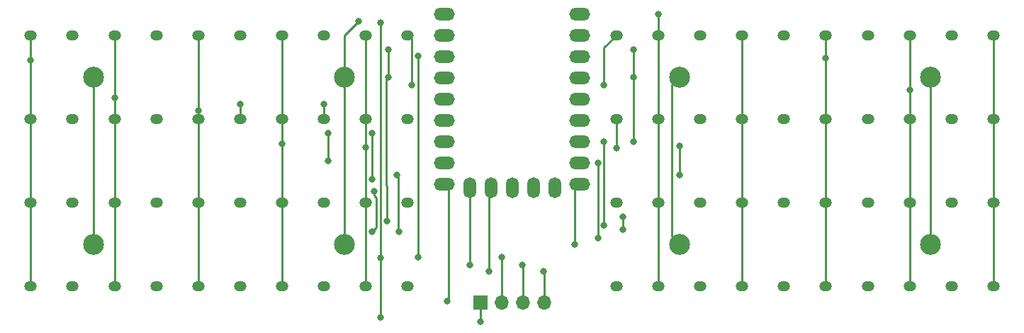
<source format=gbr>
%TF.GenerationSoftware,KiCad,Pcbnew,7.0.8*%
%TF.CreationDate,2023-11-24T20:45:19-06:00*%
%TF.ProjectId,buinchiez40,6275696e-6368-4696-957a-34302e6b6963,rev?*%
%TF.SameCoordinates,Original*%
%TF.FileFunction,Copper,L2,Bot*%
%TF.FilePolarity,Positive*%
%FSLAX46Y46*%
G04 Gerber Fmt 4.6, Leading zero omitted, Abs format (unit mm)*
G04 Created by KiCad (PCBNEW 7.0.8) date 2023-11-24 20:45:19*
%MOMM*%
%LPD*%
G01*
G04 APERTURE LIST*
%TA.AperFunction,ComponentPad*%
%ADD10O,2.500000X1.500000*%
%TD*%
%TA.AperFunction,ComponentPad*%
%ADD11O,1.500000X2.500000*%
%TD*%
%TA.AperFunction,ComponentPad*%
%ADD12C,2.500000*%
%TD*%
%TA.AperFunction,ComponentPad*%
%ADD13O,1.524000X1.224000*%
%TD*%
%TA.AperFunction,ComponentPad*%
%ADD14R,1.700000X1.700000*%
%TD*%
%TA.AperFunction,ComponentPad*%
%ADD15O,1.700000X1.700000*%
%TD*%
%TA.AperFunction,ViaPad*%
%ADD16C,0.800000*%
%TD*%
%TA.AperFunction,Conductor*%
%ADD17C,0.250000*%
%TD*%
G04 APERTURE END LIST*
D10*
%TO.P,U1,1,0*%
%TO.N,col6*%
X153120000Y-57460000D03*
%TO.P,U1,2,1*%
%TO.N,col7*%
X153120000Y-60000000D03*
%TO.P,U1,3,2*%
%TO.N,col8*%
X153120000Y-62540000D03*
%TO.P,U1,4,3*%
%TO.N,col9*%
X153120000Y-65080000D03*
%TO.P,U1,5,4*%
%TO.N,col10*%
X153120000Y-67620000D03*
%TO.P,U1,6,5*%
%TO.N,unconnected-(U1-5-Pad6)*%
X153120000Y-70160000D03*
%TO.P,U1,7,6*%
%TO.N,row1*%
X153120000Y-72700000D03*
%TO.P,U1,8,7*%
%TO.N,row2*%
X153120000Y-75240000D03*
%TO.P,U1,9,8*%
%TO.N,row3*%
X153120000Y-77780000D03*
D11*
%TO.P,U1,10,9*%
%TO.N,unconnected-(U1-9-Pad10)*%
X150080000Y-78280000D03*
%TO.P,U1,11,10*%
%TO.N,unconnected-(U1-10-Pad11)*%
X147540000Y-78280000D03*
%TO.P,U1,12,11*%
%TO.N,unconnected-(U1-11-Pad12)*%
X145000000Y-78280000D03*
%TO.P,U1,13,12*%
%TO.N,sda*%
X142460000Y-78280000D03*
%TO.P,U1,14,13*%
%TO.N,scl*%
X139920000Y-78280000D03*
D10*
%TO.P,U1,15,14*%
%TO.N,row4*%
X136880000Y-77780000D03*
%TO.P,U1,16,15*%
%TO.N,col5*%
X136880000Y-75240000D03*
%TO.P,U1,17,26*%
%TO.N,col4*%
X136880000Y-72700000D03*
%TO.P,U1,18,27*%
%TO.N,col3*%
X136880000Y-70160000D03*
%TO.P,U1,19,28*%
%TO.N,col2*%
X136880000Y-67620000D03*
%TO.P,U1,20,29*%
%TO.N,col1*%
X136880000Y-65080000D03*
%TO.P,U1,21,3V3*%
%TO.N,3v3*%
X136880000Y-62540000D03*
%TO.P,U1,22,GND*%
%TO.N,gnd*%
X136880000Y-60000000D03*
%TO.P,U1,23,5V*%
%TO.N,unconnected-(U1-5V-Pad23)*%
X136880000Y-57460000D03*
%TD*%
D12*
%TO.P,H7,1,1*%
%TO.N,gnd*%
X165000000Y-85000000D03*
%TD*%
D13*
%TO.P,SW38,1,1*%
%TO.N,Net-(D38-A)*%
X177500000Y-90000000D03*
%TO.P,SW38,2,2*%
%TO.N,col8*%
X182500000Y-90000000D03*
%TD*%
%TO.P,SW17,1,1*%
%TO.N,Net-(D17-A)*%
X167500000Y-70000000D03*
%TO.P,SW17,2,2*%
%TO.N,col7*%
X172500000Y-70000000D03*
%TD*%
%TO.P,SW27,1,1*%
%TO.N,Net-(D27-A)*%
X167500000Y-80000000D03*
%TO.P,SW27,2,2*%
%TO.N,col7*%
X172500000Y-80000000D03*
%TD*%
%TO.P,SW28,1,1*%
%TO.N,Net-(D28-A)*%
X177500000Y-80000000D03*
%TO.P,SW28,2,2*%
%TO.N,col8*%
X182500000Y-80000000D03*
%TD*%
D12*
%TO.P,H4,1,1*%
%TO.N,gnd*%
X195000000Y-65000000D03*
%TD*%
D13*
%TO.P,SW7,1,1*%
%TO.N,Net-(D7-A)*%
X167500000Y-60000000D03*
%TO.P,SW7,2,2*%
%TO.N,col7*%
X172500000Y-60000000D03*
%TD*%
%TO.P,SW6,1,1*%
%TO.N,Net-(D6-A)*%
X157500000Y-60000000D03*
%TO.P,SW6,2,2*%
%TO.N,col6*%
X162500000Y-60000000D03*
%TD*%
%TO.P,SW31,1,1*%
%TO.N,Net-(D31-A)*%
X92500000Y-90000000D03*
%TO.P,SW31,2,2*%
%TO.N,col1*%
X87500000Y-90000000D03*
%TD*%
%TO.P,SW23,1,1*%
%TO.N,Net-(D23-A)*%
X112500000Y-80000000D03*
%TO.P,SW23,2,2*%
%TO.N,col3*%
X107500000Y-80000000D03*
%TD*%
%TO.P,SW34,1,1*%
%TO.N,Net-(D34-A)*%
X122500000Y-90000000D03*
%TO.P,SW34,2,2*%
%TO.N,col4*%
X117500000Y-90000000D03*
%TD*%
%TO.P,SW1,1,1*%
%TO.N,Net-(D1-A)*%
X92500000Y-60000000D03*
%TO.P,SW1,2,2*%
%TO.N,col1*%
X87500000Y-60000000D03*
%TD*%
%TO.P,SW20,1,1*%
%TO.N,Net-(D20-A)*%
X197500000Y-70000000D03*
%TO.P,SW20,2,2*%
%TO.N,col10*%
X202500000Y-70000000D03*
%TD*%
D12*
%TO.P,H6,1,1*%
%TO.N,gnd*%
X125000000Y-85000000D03*
%TD*%
%TO.P,H3,1,1*%
%TO.N,gnd*%
X165000000Y-65000000D03*
%TD*%
D13*
%TO.P,SW35,1,1*%
%TO.N,Net-(D35-A)*%
X132500000Y-90000000D03*
%TO.P,SW35,2,2*%
%TO.N,col5*%
X127500000Y-90000000D03*
%TD*%
D12*
%TO.P,H5,1,1*%
%TO.N,gnd*%
X95000000Y-85000000D03*
%TD*%
D13*
%TO.P,SW15,1,1*%
%TO.N,Net-(D15-A)*%
X132500000Y-70000000D03*
%TO.P,SW15,2,2*%
%TO.N,col5*%
X127500000Y-70000000D03*
%TD*%
%TO.P,SW12,1,1*%
%TO.N,Net-(D12-A)*%
X102500000Y-70000000D03*
%TO.P,SW12,2,2*%
%TO.N,col2*%
X97500000Y-70000000D03*
%TD*%
%TO.P,SW8,1,1*%
%TO.N,Net-(D8-A)*%
X177500000Y-60000000D03*
%TO.P,SW8,2,2*%
%TO.N,col8*%
X182500000Y-60000000D03*
%TD*%
D12*
%TO.P,H1,1,1*%
%TO.N,gnd*%
X95000000Y-65000000D03*
%TD*%
D13*
%TO.P,SW2,1,1*%
%TO.N,Net-(D2-A)*%
X102500000Y-60000000D03*
%TO.P,SW2,2,2*%
%TO.N,col2*%
X97500000Y-60000000D03*
%TD*%
%TO.P,SW25,1,1*%
%TO.N,Net-(D25-A)*%
X132500000Y-80000000D03*
%TO.P,SW25,2,2*%
%TO.N,col5*%
X127500000Y-80000000D03*
%TD*%
%TO.P,SW3,1,1*%
%TO.N,Net-(D3-A)*%
X112500000Y-60000000D03*
%TO.P,SW3,2,2*%
%TO.N,col3*%
X107500000Y-60000000D03*
%TD*%
%TO.P,SW10,1,1*%
%TO.N,Net-(D10-A)*%
X197500000Y-60000000D03*
%TO.P,SW10,2,2*%
%TO.N,col10*%
X202500000Y-60000000D03*
%TD*%
%TO.P,SW9,1,1*%
%TO.N,Net-(D9-A)*%
X187500000Y-60000000D03*
%TO.P,SW9,2,2*%
%TO.N,col9*%
X192500000Y-60000000D03*
%TD*%
%TO.P,SW11,1,1*%
%TO.N,Net-(D11-A)*%
X92500000Y-70000000D03*
%TO.P,SW11,2,2*%
%TO.N,col1*%
X87500000Y-70000000D03*
%TD*%
%TO.P,SW21,1,1*%
%TO.N,Net-(D21-A)*%
X92500000Y-80000000D03*
%TO.P,SW21,2,2*%
%TO.N,col1*%
X87500000Y-80000000D03*
%TD*%
%TO.P,SW19,1,1*%
%TO.N,Net-(D19-A)*%
X187500000Y-70000000D03*
%TO.P,SW19,2,2*%
%TO.N,col9*%
X192500000Y-70000000D03*
%TD*%
%TO.P,SW14,1,1*%
%TO.N,Net-(D14-A)*%
X122500000Y-70000000D03*
%TO.P,SW14,2,2*%
%TO.N,col4*%
X117500000Y-70000000D03*
%TD*%
%TO.P,SW16,1,1*%
%TO.N,Net-(D16-A)*%
X157500000Y-70000000D03*
%TO.P,SW16,2,2*%
%TO.N,col6*%
X162500000Y-70000000D03*
%TD*%
%TO.P,SW26,1,1*%
%TO.N,Net-(D26-A)*%
X157500000Y-80000000D03*
%TO.P,SW26,2,2*%
%TO.N,col6*%
X162500000Y-80000000D03*
%TD*%
%TO.P,SW32,1,1*%
%TO.N,Net-(D32-A)*%
X102500000Y-90000000D03*
%TO.P,SW32,2,2*%
%TO.N,col2*%
X97500000Y-90000000D03*
%TD*%
%TO.P,SW30,1,1*%
%TO.N,Net-(D30-A)*%
X197500000Y-80000000D03*
%TO.P,SW30,2,2*%
%TO.N,col10*%
X202500000Y-80000000D03*
%TD*%
D12*
%TO.P,H2,1,1*%
%TO.N,gnd*%
X125000000Y-65000000D03*
%TD*%
D13*
%TO.P,SW22,1,1*%
%TO.N,Net-(D22-A)*%
X102500000Y-80000000D03*
%TO.P,SW22,2,2*%
%TO.N,col2*%
X97500000Y-80000000D03*
%TD*%
%TO.P,SW37,1,1*%
%TO.N,Net-(D37-A)*%
X167500000Y-90000000D03*
%TO.P,SW37,2,2*%
%TO.N,col7*%
X172500000Y-90000000D03*
%TD*%
%TO.P,SW39,1,1*%
%TO.N,Net-(D39-A)*%
X187500000Y-90000000D03*
%TO.P,SW39,2,2*%
%TO.N,col9*%
X192500000Y-90000000D03*
%TD*%
%TO.P,SW5,1,1*%
%TO.N,Net-(D5-A)*%
X132500000Y-60000000D03*
%TO.P,SW5,2,2*%
%TO.N,col5*%
X127500000Y-60000000D03*
%TD*%
%TO.P,SW13,1,1*%
%TO.N,Net-(D13-A)*%
X112500000Y-70000000D03*
%TO.P,SW13,2,2*%
%TO.N,col3*%
X107500000Y-70000000D03*
%TD*%
%TO.P,SW29,1,1*%
%TO.N,Net-(D29-A)*%
X187500000Y-80000000D03*
%TO.P,SW29,2,2*%
%TO.N,col9*%
X192500000Y-80000000D03*
%TD*%
D12*
%TO.P,H8,1,1*%
%TO.N,gnd*%
X195000000Y-85000000D03*
%TD*%
D13*
%TO.P,SW4,1,1*%
%TO.N,Net-(D4-A)*%
X122500000Y-60000000D03*
%TO.P,SW4,2,2*%
%TO.N,col4*%
X117500000Y-60000000D03*
%TD*%
%TO.P,SW18,1,1*%
%TO.N,Net-(D18-A)*%
X177500000Y-70000000D03*
%TO.P,SW18,2,2*%
%TO.N,col8*%
X182500000Y-70000000D03*
%TD*%
%TO.P,SW24,1,1*%
%TO.N,Net-(D24-A)*%
X122500000Y-80000000D03*
%TO.P,SW24,2,2*%
%TO.N,col4*%
X117500000Y-80000000D03*
%TD*%
%TO.P,SW33,1,1*%
%TO.N,Net-(D33-A)*%
X112500000Y-90000000D03*
%TO.P,SW33,2,2*%
%TO.N,col3*%
X107500000Y-90000000D03*
%TD*%
%TO.P,SW36,1,1*%
%TO.N,Net-(D36-A)*%
X157500000Y-90000000D03*
%TO.P,SW36,2,2*%
%TO.N,col6*%
X162500000Y-90000000D03*
%TD*%
%TO.P,SW40,1,1*%
%TO.N,Net-(D40-A)*%
X197500000Y-90000000D03*
%TO.P,SW40,2,2*%
%TO.N,col10*%
X202500000Y-90000000D03*
%TD*%
D14*
%TO.P,J1,1,GND*%
%TO.N,gnd*%
X141210000Y-92000000D03*
D15*
%TO.P,J1,2,VCC*%
%TO.N,3v3*%
X143750000Y-92000000D03*
%TO.P,J1,3,SCL*%
%TO.N,scl*%
X146290000Y-92000000D03*
%TO.P,J1,4,SDA*%
%TO.N,sda*%
X148830000Y-92000000D03*
%TD*%
D16*
%TO.N,gnd*%
X129250000Y-86666632D03*
X126666616Y-58333310D03*
%TO.N,row1*%
X159500000Y-61750000D03*
X130209620Y-65000000D03*
X159500000Y-72750000D03*
X130200000Y-61700000D03*
X156000000Y-72750000D03*
X156000000Y-82750000D03*
X159500000Y-65000000D03*
X130012299Y-82237701D03*
%TO.N,Net-(D5-A)*%
X133000000Y-66000000D03*
%TO.N,Net-(D6-A)*%
X156000000Y-66000000D03*
%TO.N,row2*%
X123000000Y-71750000D03*
X165000000Y-76750000D03*
X165000000Y-73250000D03*
X123000000Y-75000000D03*
X155250000Y-75250000D03*
X131250000Y-76750000D03*
X155250000Y-84250000D03*
X131500000Y-83500000D03*
%TO.N,Net-(D13-A)*%
X112500000Y-68250000D03*
%TO.N,Net-(D14-A)*%
X122500000Y-68250000D03*
%TO.N,Net-(D15-A)*%
X128250000Y-71750000D03*
X128250000Y-77250000D03*
%TO.N,Net-(D16-A)*%
X157500000Y-73500000D03*
%TO.N,row3*%
X158250000Y-81750000D03*
X152500000Y-85000000D03*
X158250000Y-83250000D03*
%TO.N,Net-(D25-A)*%
X128250000Y-83500000D03*
X128525500Y-78699500D03*
%TO.N,row4*%
X137250000Y-91750000D03*
%TO.N,gnd*%
X129250000Y-58500000D03*
X129250000Y-93750000D03*
X141250000Y-94250000D03*
%TO.N,3v3*%
X133750000Y-86500000D03*
X143750000Y-86500000D03*
X133750000Y-62500000D03*
%TO.N,scl*%
X146250000Y-87500000D03*
X140000000Y-87500000D03*
%TO.N,sda*%
X148750000Y-88250000D03*
X142250000Y-88250000D03*
%TO.N,col1*%
X87500000Y-63000000D03*
%TO.N,col2*%
X97500000Y-67474616D03*
%TO.N,col3*%
X107500000Y-69000000D03*
%TO.N,col4*%
X117500000Y-73000000D03*
%TO.N,col5*%
X127500000Y-73449500D03*
%TO.N,col6*%
X162500000Y-57500000D03*
%TO.N,col8*%
X182500000Y-62750000D03*
%TO.N,col9*%
X192500000Y-66550500D03*
%TD*%
D17*
%TO.N,gnd*%
X195000000Y-85000000D02*
X195000000Y-65000000D01*
X165000000Y-85000000D02*
X164119479Y-84119479D01*
X164119479Y-65880521D02*
X165000000Y-65000000D01*
X164119479Y-84119479D02*
X164119479Y-65880521D01*
X129250000Y-58500000D02*
X129250000Y-86666632D01*
X129250000Y-86666632D02*
X129250000Y-93750000D01*
X95000000Y-85000000D02*
X95000000Y-65000000D01*
X125000000Y-65000000D02*
X125000000Y-85000000D01*
X126666616Y-58333310D02*
X125000000Y-59999926D01*
X125000000Y-59999926D02*
X125000000Y-65000000D01*
%TO.N,row1*%
X130200000Y-64990380D02*
X130209620Y-65000000D01*
X130000000Y-78000000D02*
X130000000Y-65209620D01*
X130200000Y-61700000D02*
X130200000Y-64990380D01*
X159500000Y-72750000D02*
X159500000Y-65000000D01*
X156000000Y-72750000D02*
X156000000Y-82750000D01*
X130012299Y-82237701D02*
X130012299Y-78012299D01*
X159500000Y-65000000D02*
X159500000Y-61750000D01*
X130012299Y-78012299D02*
X130000000Y-78000000D01*
X130000000Y-65209620D02*
X130209620Y-65000000D01*
%TO.N,Net-(D5-A)*%
X133000000Y-60500000D02*
X132500000Y-60000000D01*
X133000000Y-66000000D02*
X133000000Y-60500000D01*
%TO.N,Net-(D6-A)*%
X156000000Y-61500000D02*
X156000000Y-66000000D01*
X157500000Y-60000000D02*
X156000000Y-61500000D01*
%TO.N,row2*%
X165000000Y-73250000D02*
X165000000Y-76750000D01*
X155250000Y-75250000D02*
X155250000Y-84250000D01*
X131375000Y-83375000D02*
X131375000Y-76875000D01*
X131500000Y-83500000D02*
X131375000Y-83375000D01*
X131375000Y-76875000D02*
X131250000Y-76750000D01*
X123000000Y-71750000D02*
X123000000Y-75000000D01*
%TO.N,Net-(D13-A)*%
X112500000Y-68250000D02*
X112500000Y-70000000D01*
%TO.N,Net-(D14-A)*%
X122500000Y-68250000D02*
X122500000Y-70000000D01*
%TO.N,Net-(D15-A)*%
X128250000Y-71750000D02*
X128250000Y-77250000D01*
%TO.N,Net-(D16-A)*%
X157500000Y-70000000D02*
X157500000Y-73500000D01*
%TO.N,row3*%
X152620000Y-77780000D02*
X152500000Y-77900000D01*
X152500000Y-77900000D02*
X152500000Y-85000000D01*
X158250000Y-83250000D02*
X158250000Y-81750000D01*
%TO.N,Net-(D25-A)*%
X128800000Y-82950000D02*
X128800000Y-79451493D01*
X128525500Y-79176993D02*
X128800000Y-79451493D01*
X128250000Y-83500000D02*
X128800000Y-82950000D01*
X128525500Y-78699500D02*
X128525500Y-79176993D01*
%TO.N,row4*%
X137380000Y-91620000D02*
X137250000Y-91750000D01*
X137380000Y-77780000D02*
X137380000Y-91620000D01*
%TO.N,gnd*%
X141250000Y-92040000D02*
X141210000Y-92000000D01*
X141250000Y-94250000D02*
X141250000Y-92040000D01*
%TO.N,3v3*%
X143750000Y-92000000D02*
X143750000Y-86500000D01*
X133750000Y-62500000D02*
X133750000Y-86500000D01*
%TO.N,scl*%
X140000000Y-87500000D02*
X140000000Y-77860000D01*
X146290000Y-92000000D02*
X146290000Y-87540000D01*
X146290000Y-87540000D02*
X146250000Y-87500000D01*
X139920000Y-77780000D02*
X140250000Y-78110000D01*
X140000000Y-77860000D02*
X139920000Y-77780000D01*
%TO.N,sda*%
X149000000Y-92410000D02*
X148895000Y-92305000D01*
X148830000Y-88330000D02*
X148750000Y-88250000D01*
X142250000Y-88250000D02*
X142250000Y-77990000D01*
X142250000Y-77990000D02*
X142460000Y-77780000D01*
X148830000Y-92000000D02*
X148830000Y-88330000D01*
%TO.N,col1*%
X87500000Y-60000000D02*
X87500000Y-63000000D01*
X87500000Y-63000000D02*
X87500000Y-64400000D01*
X87500000Y-66000000D02*
X87500000Y-90000000D01*
X87500000Y-64400000D02*
X87500000Y-66000000D01*
%TO.N,col2*%
X97500000Y-90000000D02*
X97500000Y-60000000D01*
%TO.N,col3*%
X107500000Y-60000000D02*
X107500000Y-69000000D01*
X107500000Y-69000000D02*
X107500000Y-90000000D01*
%TO.N,col4*%
X117500000Y-90000000D02*
X117500000Y-73000000D01*
X117500000Y-73000000D02*
X117500000Y-60000000D01*
%TO.N,col5*%
X127500000Y-60000000D02*
X127500000Y-90000000D01*
%TO.N,col6*%
X162500000Y-57500000D02*
X162500000Y-60000000D01*
X162500000Y-90000000D02*
X162500000Y-60000000D01*
%TO.N,col7*%
X172500000Y-60000000D02*
X172500000Y-90000000D01*
%TO.N,col8*%
X182500000Y-90000000D02*
X182500000Y-62750000D01*
X182500000Y-62750000D02*
X182500000Y-60000000D01*
%TO.N,col9*%
X192500000Y-60000000D02*
X192500000Y-90000000D01*
%TO.N,col10*%
X202500000Y-90000000D02*
X202500000Y-60000000D01*
%TD*%
M02*

</source>
